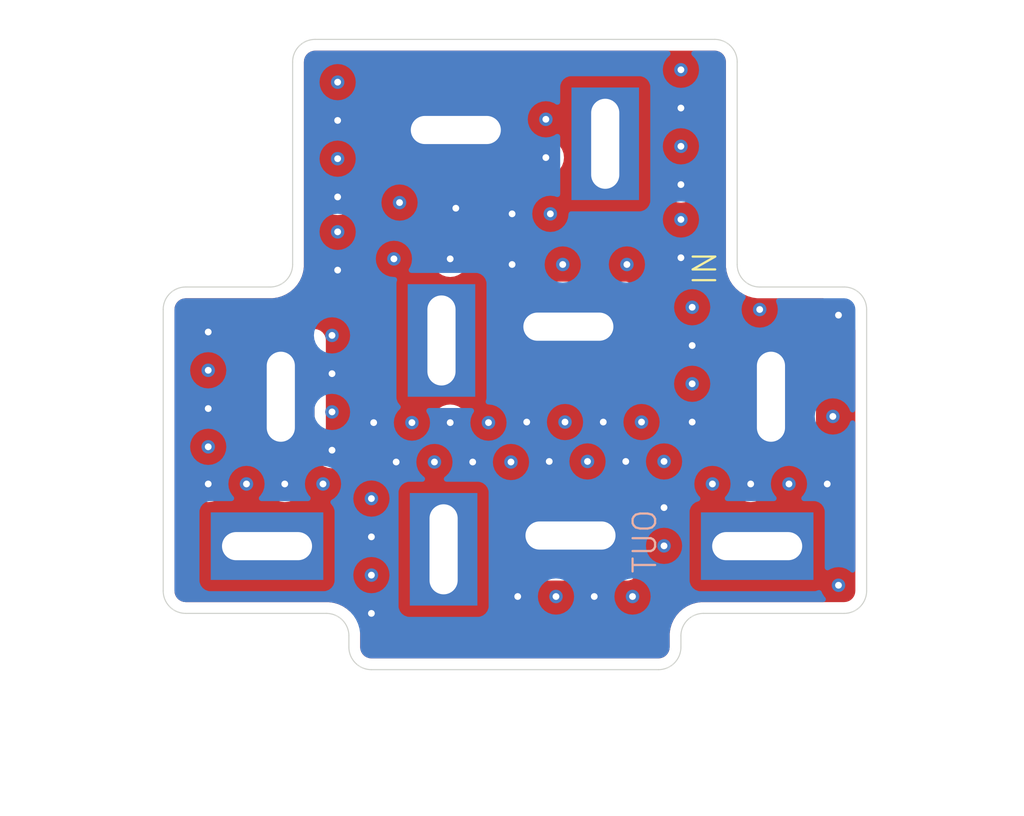
<source format=kicad_pcb>
(kicad_pcb (version 20240108) (generator "pcbnew") (generator_version "8.0")
  (layers (0 "F.Cu" signal) (1 "In1.Cu" signal) (2 "In2.Cu" signal) (3 "In3.Cu" signal) (4 "In4.Cu" signal) (31 "B.Cu" signal) (34 "B.Paste" user) (35 "F.Paste" user) (36 "B.SilkS" user "B.Silkscreen") (37 "F.SilkS" user "F.Silkscreen") (38 "B.Mask" user) (39 "F.Mask" user) (44 "Edge.Cuts" user))
  (net 0 "")
  (net 1 "GND")
  (net 2 "Net-(J1-Pin_1)")
  (footprint "deans_fp:Deans Connector Male" (layer "F.Cu") (at 93.8446 51.9033 90)
    (property "Reference" "J1" (hide yes))
    (property "Value" "Conn_01x02")
    (pad "1" thru_hole rect (at 4.25 3.3625 270) (size 5 3) (drill oval 4 1.25) (layers "*.Cu" "*.Mask") (net 2 "Net-(J1-Pin_1)"))
    (pad "2" thru_hole rect (at 4.8625 9) (size 5 3) (drill oval 4 1.25) (layers "*.Cu" "*.Mask") (net 1 "GND"))
  )
  (footprint "deans_fp:Deans Connector Male" (layer "F.Cu") (at 93.75 42.625 90)
    (property "Reference" "J4" (hide yes))
    (property "Value" "Conn_01x02")
    (pad "1" thru_hole rect (at 4.25 3.3625 270) (size 5 3) (drill oval 4 1.25) (layers "*.Cu" "*.Mask") (net 2 "Net-(J1-Pin_1)"))
    (pad "2" thru_hole rect (at 4.8625 9) (size 5 3) (drill oval 4 1.25) (layers "*.Cu" "*.Mask") (net 1 "GND"))
  )
  (footprint "deans_fp:Deans Connector Female" (layer "B.Cu") (at 106.8875 49.875)
    (property "Reference" "J3" (hide yes))
    (property "Value" "Conn_01x02")
    (pad "1" thru_hole rect (at 4.25 -2.3625) (size 5 3) (drill oval 4 1.25) (layers "*.Cu" "*.Mask") (net 2 "Net-(J1-Pin_1)"))
    (pad "2" thru_hole rect (at 4.8625 -9 270) (size 5 3) (drill oval 4 1.25) (layers "*.Cu" "*.Mask") (net 1 "GND"))
  )
  (footprint "deans_fp:Deans Connector Female" (layer "B.Cu") (at 106.75 33.8875 90)
    (property "Reference" "J5" (hide yes))
    (property "Value" "Conn_01x02")
    (pad "1" thru_hole rect (at 4.25 -2.3625 90) (size 5 3) (drill oval 4 1.25) (layers "*.Cu" "*.Mask") (net 2 "Net-(J1-Pin_1)"))
    (pad "2" thru_hole rect (at 4.8625 -9) (size 5 3) (drill oval 4 1.25) (layers "*.Cu" "*.Mask") (net 1 "GND"))
  )
  (footprint "deans_fp:Deans Connector Female" (layer "B.Cu") (at 85.1125 49.875)
    (property "Reference" "J2" (hide yes))
    (property "Value" "Conn_01x02")
    (pad "1" thru_hole rect (at 4.25 -2.3625) (size 5 3) (drill oval 4 1.25) (layers "*.Cu" "*.Mask") (net 2 "Net-(J1-Pin_1)"))
    (pad "2" thru_hole rect (at 4.8625 -9 270) (size 5 3) (drill oval 4 1.25) (layers "*.Cu" "*.Mask") (net 1 "GND"))
  )
  (gr_arc (start 90.5 26) (mid 90.792893 25.292893) (end 91.5 25) (stroke (width 0.05)) (layer "Edge.Cuts"))
  (gr_arc (start 84.75 37) (mid 85.042893 36.292893) (end 85.75 36) (stroke (width 0.05)) (layer "Edge.Cuts"))
  (gr_arc (start 85.75 50.5) (mid 85.042893 50.207107) (end 84.75 49.5) (stroke (width 0.05)) (layer "Edge.Cuts"))
  (gr_arc (start 94 53) (mid 93.292893 52.707107) (end 93 52) (stroke (width 0.05)) (layer "Edge.Cuts"))
  (gr_line (start 108.75 50.5) (end 115 50.5) (stroke (width 0.05)) (layer "Edge.Cuts"))
  (gr_arc (start 107.75 51.5) (mid 108.042893 50.792893) (end 108.75 50.5) (stroke (width 0.05)) (layer "Edge.Cuts"))
  (gr_line (start 93 51.5) (end 93 52) (stroke (width 0.05)) (layer "Edge.Cuts"))
  (gr_arc (start 90.5 35) (mid 90.207107 35.707107) (end 89.5 36) (stroke (width 0.05)) (layer "Edge.Cuts"))
  (gr_line (start 90.5 35) (end 90.5 26) (stroke (width 0.05)) (layer "Edge.Cuts"))
  (gr_line (start 115 36) (end 111.25 36) (stroke (width 0.05)) (layer "Edge.Cuts"))
  (gr_line (start 89.5 36) (end 85.75 36) (stroke (width 0.05)) (layer "Edge.Cuts"))
  (gr_arc (start 111.25 36) (mid 110.542893 35.707107) (end 110.25 35) (stroke (width 0.05)) (layer "Edge.Cuts"))
  (gr_arc (start 109.25 25) (mid 109.957107 25.292893) (end 110.25 26) (stroke (width 0.05)) (layer "Edge.Cuts"))
  (gr_arc (start 115 36) (mid 115.707107 36.292893) (end 116 37) (stroke (width 0.05)) (layer "Edge.Cuts"))
  (gr_line (start 107.75 51.5) (end 107.75 52) (stroke (width 0.05)) (layer "Edge.Cuts"))
  (gr_line (start 84.75 49.5) (end 84.75 37) (stroke (width 0.05)) (layer "Edge.Cuts"))
  (gr_line (start 116 37) (end 116 49.5) (stroke (width 0.05)) (layer "Edge.Cuts"))
  (gr_line (start 106.75 53) (end 94 53) (stroke (width 0.05)) (layer "Edge.Cuts"))
  (gr_arc (start 107.75 52) (mid 107.457107 52.707107) (end 106.75 53) (stroke (width 0.05)) (layer "Edge.Cuts"))
  (gr_arc (start 116 49.5) (mid 115.707107 50.207107) (end 115 50.5) (stroke (width 0.05)) (layer "Edge.Cuts"))
  (gr_line (start 91.5 25) (end 109.25 25) (stroke (width 0.05)) (layer "Edge.Cuts"))
  (gr_line (start 92 50.5) (end 85.75 50.5) (stroke (width 0.05)) (layer "Edge.Cuts"))
  (gr_line (start 110.25 35) (end 110.25 26) (stroke (width 0.05)) (layer "Edge.Cuts"))
  (gr_arc (start 92 50.5) (mid 92.707107 50.792893) (end 93 51.5) (stroke (width 0.05)) (layer "Edge.Cuts"))
  (gr_text "OUT" (at 106.730388 45.807068 90) (layer "B.SilkS") (effects (font (size 1 1) (thickness 0.1)) (justify left bottom mirror)))
  (gr_text "IN" (at 109.4 36 90) (layer "F.SilkS") (effects (font (size 1 1) (thickness 0.1)) (justify left bottom)))
  (via (at 95.1 43.775) (size 0.6) (drill 0.3) (layers "F.Cu" "B.Cu") (net 1))
  (via (at 107 45.8) (size 0.6) (drill 0.3) (layers "F.Cu" "B.Cu") (net 1))
  (via (at 114.75 37.25) (size 0.6) (drill 0.3) (layers "F.Cu" "B.Cu") (net 1))
  (via (at 92.25 43.25) (size 0.6) (drill 0.3) (layers "F.Cu" "B.Cu") (net 1))
  (via (at 107.75 31.45) (size 0.6) (drill 0.3) (layers "F.Cu" "B.Cu") (net 1))
  (via (at 105.3 43.75) (size 0.6) (drill 0.3) (layers "F.Cu" "B.Cu") (net 1))
  (via (at 90.15 44.75) (size 0.6) (drill 0.3) (layers "F.Cu" "B.Cu") (net 1))
  (via (at 86.75 41.4) (size 0.6) (drill 0.3) (layers "F.Cu" "B.Cu") (net 1))
  (via (at 97.5 42.025) (size 0.6) (drill 0.3) (layers "F.Cu" "B.Cu") (net 1))
  (via (at 100.25 32.75) (size 0.6) (drill 0.3) (layers "F.Cu" "B.Cu") (net 1))
  (via (at 100.9 42) (size 0.6) (drill 0.3) (layers "F.Cu" "B.Cu") (net 1))
  (via (at 92.5 32) (size 0.6) (drill 0.3) (layers "F.Cu" "B.Cu") (net 1))
  (via (at 108.25 38.6) (size 0.6) (drill 0.3) (layers "F.Cu" "B.Cu") (net 1))
  (via (at 103.9 49.75) (size 0.6) (drill 0.3) (layers "F.Cu" "B.Cu") (net 1))
  (via (at 104.3 42) (size 0.6) (drill 0.3) (layers "F.Cu" "B.Cu") (net 1))
  (via (at 86.75 44.75) (size 0.6) (drill 0.3) (layers "F.Cu" "B.Cu") (net 1))
  (via (at 92.25 39.85) (size 0.6) (drill 0.3) (layers "F.Cu" "B.Cu") (net 1))
  (via (at 114.25 44.75) (size 0.6) (drill 0.3) (layers "F.Cu" "B.Cu") (net 1))
  (via (at 92.5 28.6) (size 0.6) (drill 0.3) (layers "F.Cu" "B.Cu") (net 1))
  (via (at 94.1 42.025) (size 0.6) (drill 0.3) (layers "F.Cu" "B.Cu") (net 1))
  (via (at 107.75 28.05) (size 0.6) (drill 0.3) (layers "F.Cu" "B.Cu") (net 1))
  (via (at 98.5 43.775) (size 0.6) (drill 0.3) (layers "F.Cu" "B.Cu") (net 1))
  (via (at 92.5 35.25) (size 0.6) (drill 0.3) (layers "F.Cu" "B.Cu") (net 1))
  (via (at 97.5 34.75) (size 0.6) (drill 0.3) (layers "F.Cu" "B.Cu") (net 1))
  (via (at 110.85 44.75) (size 0.6) (drill 0.3) (layers "F.Cu" "B.Cu") (net 1))
  (via (at 94 50.5) (size 0.6) (drill 0.3) (layers "F.Cu" "B.Cu") (net 1))
  (via (at 100.25 35) (size 0.6) (drill 0.3) (layers "F.Cu" "B.Cu") (net 1))
  (via (at 107.75 34.7) (size 0.6) (drill 0.3) (layers "F.Cu" "B.Cu") (net 1))
  (via (at 100.5 49.75) (size 0.6) (drill 0.3) (layers "F.Cu" "B.Cu") (net 1))
  (via (at 86.75 38) (size 0.6) (drill 0.3) (layers "F.Cu" "B.Cu") (net 1))
  (via (at 108.25 42) (size 0.6) (drill 0.3) (layers "F.Cu" "B.Cu") (net 1))
  (via (at 101.9 43.75) (size 0.6) (drill 0.3) (layers "F.Cu" "B.Cu") (net 1))
  (via (at 101.75 30.25) (size 0.6) (drill 0.3) (layers "F.Cu" "B.Cu") (net 1))
  (via (at 97.75 32.5) (size 0.6) (drill 0.3) (layers "F.Cu" "B.Cu") (net 1))
  (via (at 94 47.1) (size 0.6) (drill 0.3) (layers "F.Cu" "B.Cu") (net 1))
  (via (at 108.25 36.9) (size 0.6) (drill 0.3) (layers "F.Cu" "B.Cu") (net 2))
  (via (at 95.8 42.025) (size 0.6) (drill 0.3) (layers "F.Cu" "B.Cu") (net 2))
  (via (at 92.25 38.15) (size 0.6) (drill 0.3) (layers "F.Cu" "B.Cu") (net 2))
  (via (at 105.6 49.75) (size 0.6) (drill 0.3) (layers "F.Cu" "B.Cu") (net 2))
  (via (at 111.25 37) (size 0.6) (drill 0.3) (layers "F.Cu" "B.Cu") (net 2))
  (via (at 101.75 28.55) (size 0.6) (drill 0.3) (layers "F.Cu" "B.Cu") (net 2))
  (via (at 107 43.75) (size 0.6) (drill 0.3) (layers "F.Cu" "B.Cu") (net 2))
  (via (at 102.5 35) (size 0.6) (drill 0.3) (layers "F.Cu" "B.Cu") (net 2))
  (via (at 88.45 44.75) (size 0.6) (drill 0.3) (layers "F.Cu" "B.Cu") (net 2))
  (via (at 95.25 32.25) (size 0.6) (drill 0.3) (layers "F.Cu" "B.Cu") (net 2))
  (via (at 86.75 43.1) (size 0.6) (drill 0.3) (layers "F.Cu" "B.Cu") (net 2))
  (via (at 105.35 35) (size 0.6) (drill 0.3) (layers "F.Cu" "B.Cu") (net 2))
  (via (at 95 34.75) (size 0.6) (drill 0.3) (layers "F.Cu" "B.Cu") (net 2))
  (via (at 92.5 30.3) (size 0.6) (drill 0.3) (layers "F.Cu" "B.Cu") (net 2))
  (via (at 91.85 44.75) (size 0.6) (drill 0.3) (layers "F.Cu" "B.Cu") (net 2))
  (via (at 102.6 42) (size 0.6) (drill 0.3) (layers "F.Cu" "B.Cu") (net 2))
  (via (at 106 42) (size 0.6) (drill 0.3) (layers "F.Cu" "B.Cu") (net 2))
  (via (at 99.2 42.025) (size 0.6) (drill 0.3) (layers "F.Cu" "B.Cu") (net 2))
  (via (at 107.75 26.35) (size 0.6) (drill 0.3) (layers "F.Cu" "B.Cu") (net 2))
  (via (at 100.2 43.775) (size 0.6) (drill 0.3) (layers "F.Cu" "B.Cu") (net 2))
  (via (at 108.25 40.3) (size 0.6) (drill 0.3) (layers "F.Cu" "B.Cu") (net 2))
  (via (at 92.5 26.9) (size 0.6) (drill 0.3) (layers "F.Cu" "B.Cu") (net 2))
  (via (at 101.95 32.75) (size 0.6) (drill 0.3) (layers "F.Cu" "B.Cu") (net 2))
  (via (at 86.75 39.7) (size 0.6) (drill 0.3) (layers "F.Cu" "B.Cu") (net 2))
  (via (at 112.55 44.75) (size 0.6) (drill 0.3) (layers "F.Cu" "B.Cu") (net 2))
  (via (at 92.25 41.55) (size 0.6) (drill 0.3) (layers "F.Cu" "B.Cu") (net 2))
  (via (at 103.6 43.75) (size 0.6) (drill 0.3) (layers "F.Cu" "B.Cu") (net 2))
  (via (at 109.15 44.75) (size 0.6) (drill 0.3) (layers "F.Cu" "B.Cu") (net 2))
  (via (at 107 47.5) (size 0.6) (drill 0.3) (layers "F.Cu" "B.Cu") (net 2))
  (via (at 94 45.4) (size 0.6) (drill 0.3) (layers "F.Cu" "B.Cu") (net 2))
  (via (at 94 48.8) (size 0.6) (drill 0.3) (layers "F.Cu" "B.Cu") (net 2))
  (via (at 114.75 49.25) (size 0.6) (drill 0.3) (layers "F.Cu" "B.Cu") (net 2))
  (via (at 114.5 41.75) (size 0.6) (drill 0.3) (layers "F.Cu" "B.Cu") (net 2))
  (via (at 107.75 33) (size 0.6) (drill 0.3) (layers "F.Cu" "B.Cu") (net 2))
  (via (at 107.75 29.75) (size 0.6) (drill 0.3) (layers "F.Cu" "B.Cu") (net 2))
  (via (at 102.2 49.75) (size 0.6) (drill 0.3) (layers "F.Cu" "B.Cu") (net 2))
  (via (at 92.5 33.55) (size 0.6) (drill 0.3) (layers "F.Cu" "B.Cu") (net 2))
  (via (at 96.8 43.775) (size 0.6) (drill 0.3) (layers "F.Cu" "B.Cu") (net 2))
  (zone (net 2) (net_name "Net-(J1-Pin_1)") (layers "F.Cu" "In1.Cu" "In2.Cu") (connect_pads yes (clearance 0.5)) (min_thickness 0.25) (fill yes (thermal_gap 0.5) (thermal_bridge_width 0.5) (island_removal_mode 1) (island_area_min 10))
    (polygon (pts (xy 119.5 24) (xy 119.5 34.25) (xy 123 54.25) (xy 77.5 54.25) (xy 82 39.75) (xy 82 24)))
  )
  (zone (net 1) (net_name "GND") (layers "In3.Cu" "In4.Cu" "B.Cu") (priority 1) (connect_pads yes (clearance 0.5)) (min_thickness 0.25) (fill yes (thermal_gap 0.5) (thermal_bridge_width 0.5) (island_removal_mode 1) (island_area_min 10))
    (polygon (pts (xy 82.25 59.5) (xy 82.25 23.25) (xy 121.25 23.25) (xy 121.25 59.5)))
  )
)
</source>
